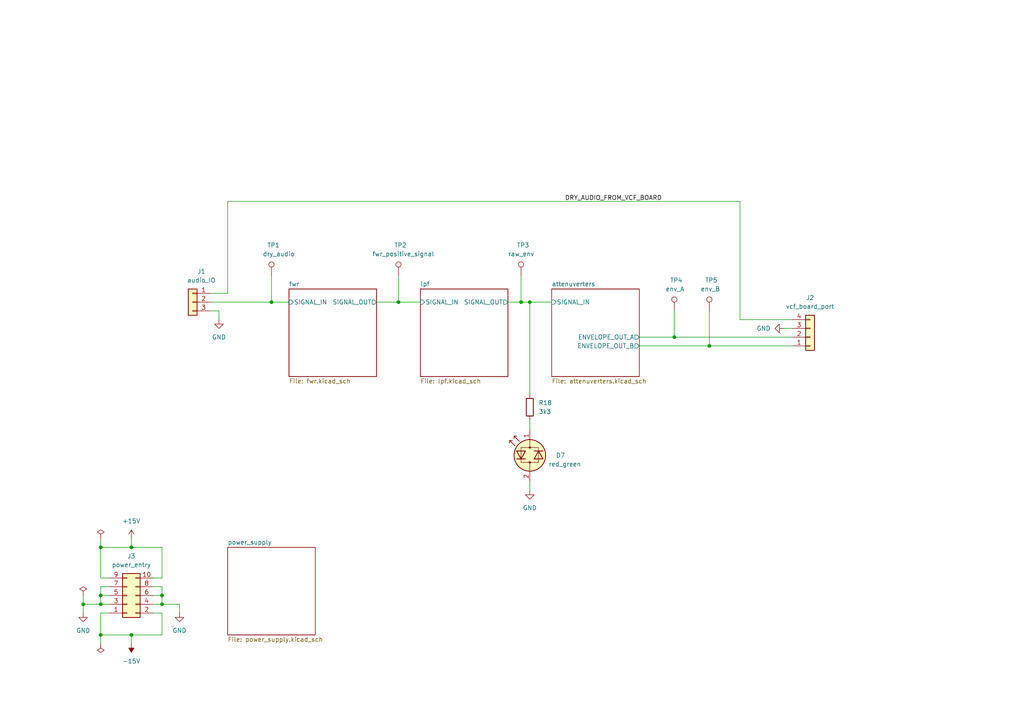
<source format=kicad_sch>
(kicad_sch (version 20230121) (generator eeschema)
  (paper "A4")
  (title_block (title "M.S.M. Stereo Lowpass Filter Pedal") (date "2022-05-26") (rev "0") (comment 2 "creativecommons.org/licenses/by/4.0") (comment 3 "License: CC by 4.0") (comment 4 "Author: Jordan Aceto"))
  (lib_symbols
    (symbol "Connector:TestPoint" (pin_numbers hide) (pin_names (offset 0.762) hide)
      (property "Reference" "TP" (at 0 6.858 0))
      (property "Value" "TestPoint" (at 0 5.08 0))
      (symbol "TestPoint_0_1"
        (circle (center 0 3.302) (radius 0.762))
      )
      (symbol "TestPoint_1_1"
        (pin passive line (at 0 0 90) (length 2.54) (name "1") (number "1"))
      )
    )
    (symbol "Connector_Generic:Conn_01x03" (pin_names (offset 1.016) hide)
      (property "Reference" "J" (at 0 5.08 0))
      (property "Value" "Conn_01x03" (at 0 -5.08 0))
      (symbol "Conn_01x03_1_1"
        (rectangle (start -1.27 -2.413) (end 0 -2.667) (stroke (width 0.1524)))
        (rectangle (start -1.27 0.127) (end 0 -0.127) (stroke (width 0.1524)))
        (rectangle (start -1.27 2.667) (end 0 2.413) (stroke (width 0.1524)))
        (rectangle (start -1.27 3.81) (end 1.27 -3.81) (stroke (width 0.254)) (fill (type background)))
        (pin passive line (at -5.08 2.54 0) (length 3.81) (name "Pin_1") (number "1"))
        (pin passive line (at -5.08 0 0) (length 3.81) (name "Pin_2") (number "2"))
        (pin passive line (at -5.08 -2.54 0) (length 3.81) (name "Pin_3") (number "3"))
      )
    )
    (symbol "Connector_Generic:Conn_01x04" (pin_names (offset 1.016) hide)
      (property "Reference" "J" (at 0 5.08 0))
      (property "Value" "Conn_01x04" (at 0 -7.62 0))
      (symbol "Conn_01x04_1_1"
        (rectangle (start -1.27 -4.953) (end 0 -5.207) (stroke (width 0.1524)))
        (rectangle (start -1.27 -2.413) (end 0 -2.667) (stroke (width 0.1524)))
        (rectangle (start -1.27 0.127) (end 0 -0.127) (stroke (width 0.1524)))
        (rectangle (start -1.27 2.667) (end 0 2.413) (stroke (width 0.1524)))
        (rectangle (start -1.27 3.81) (end 1.27 -6.35) (stroke (width 0.254)) (fill (type background)))
        (pin passive line (at -5.08 2.54 0) (length 3.81) (name "Pin_1") (number "1"))
        (pin passive line (at -5.08 0 0) (length 3.81) (name "Pin_2") (number "2"))
        (pin passive line (at -5.08 -2.54 0) (length 3.81) (name "Pin_3") (number "3"))
        (pin passive line (at -5.08 -5.08 0) (length 3.81) (name "Pin_4") (number "4"))
      )
    )
    (symbol "Connector_Generic:Conn_02x05_Odd_Even" (pin_names (offset 1.016) hide)
      (property "Reference" "J" (at 1.27 7.62 0))
      (property "Value" "Conn_02x05_Odd_Even" (at 1.27 -7.62 0))
      (symbol "Conn_02x05_Odd_Even_1_1"
        (rectangle (start -1.27 -4.953) (end 0 -5.207) (stroke (width 0.1524)))
        (rectangle (start -1.27 -2.413) (end 0 -2.667) (stroke (width 0.1524)))
        (rectangle (start -1.27 0.127) (end 0 -0.127) (stroke (width 0.1524)))
        (rectangle (start -1.27 2.667) (end 0 2.413) (stroke (width 0.1524)))
        (rectangle (start -1.27 5.207) (end 0 4.953) (stroke (width 0.1524)))
        (rectangle (start -1.27 6.35) (end 3.81 -6.35) (stroke (width 0.254)) (fill (type background)))
        (rectangle (start 3.81 -4.953) (end 2.54 -5.207) (stroke (width 0.1524)))
        (rectangle (start 3.81 -2.413) (end 2.54 -2.667) (stroke (width 0.1524)))
        (rectangle (start 3.81 0.127) (end 2.54 -0.127) (stroke (width 0.1524)))
        (rectangle (start 3.81 2.667) (end 2.54 2.413) (stroke (width 0.1524)))
        (rectangle (start 3.81 5.207) (end 2.54 4.953) (stroke (width 0.1524)))
        (pin passive line (at -5.08 5.08 0) (length 3.81) (name "Pin_1") (number "1"))
        (pin passive line (at 7.62 -5.08 180) (length 3.81) (name "Pin_10") (number "10"))
        (pin passive line (at 7.62 5.08 180) (length 3.81) (name "Pin_2") (number "2"))
        (pin passive line (at -5.08 2.54 0) (length 3.81) (name "Pin_3") (number "3"))
        (pin passive line (at 7.62 2.54 180) (length 3.81) (name "Pin_4") (number "4"))
        (pin passive line (at -5.08 0 0) (length 3.81) (name "Pin_5") (number "5"))
        (pin passive line (at 7.62 0 180) (length 3.81) (name "Pin_6") (number "6"))
        (pin passive line (at -5.08 -2.54 0) (length 3.81) (name "Pin_7") (number "7"))
        (pin passive line (at 7.62 -2.54 180) (length 3.81) (name "Pin_8") (number "8"))
        (pin passive line (at -5.08 -5.08 0) (length 3.81) (name "Pin_9") (number "9"))
      )
    )
    (symbol "Device:LED_Dual_Bidirectional" (pin_names (offset 0) hide)
      (property "Reference" "D" (at 0 5.715 0))
      (property "Value" "LED_Dual_Bidirectional" (at 0 -6.35 0))
      (symbol "LED_Dual_Bidirectional_0_1"
        (circle (center -2.032 0) (radius 0.254) (fill (type outline)))
        (polyline (pts (xy -4.572 0) (xy -2.54 0)))
        (polyline (pts (xy -2.032 0) (xy -2.54 0)))
        (polyline (pts (xy -1.016 3.81) (xy -1.016 1.27)) (stroke (width 0.254)))
        (polyline (pts (xy 1.27 -1.27) (xy 1.27 -3.81)) (stroke (width 0.254)))
        (polyline (pts (xy 4.064 0) (xy 2.286 0)) (fill (type outline)))
        (polyline (pts (xy 4.318 5.842) (xy 4.318 5.08)) (stroke (width 0.2032)))
        (polyline (pts (xy 5.588 4.572) (xy 5.588 3.81)) (stroke (width 0.2032)))
        (polyline (pts (xy 2.794 4.318) (xy 4.318 5.842) (xy 3.556 5.842)) (stroke (width 0.2032)))
        (polyline (pts (xy 4.064 3.048) (xy 5.588 4.572) (xy 4.826 4.572)) (stroke (width 0.2032)))
        (polyline (pts (xy -1.016 -1.27) (xy -1.016 -3.81) (xy 1.27 -2.54) (xy -1.016 -1.27)) (stroke (width 0.254)))
        (polyline (pts (xy 1.27 3.81) (xy 1.27 1.27) (xy -1.016 2.54) (xy 1.27 3.81)) (stroke (width 0.254)))
        (polyline (pts (xy 2.286 2.54) (xy -2.032 2.54) (xy -2.032 -2.54) (xy 2.286 -2.54) (xy 2.286 2.54)))
        (circle (center 0 0) (radius 4.572) (stroke (width 0.254)) (fill (type background)))
        (circle (center 2.286 0) (radius 0.254) (fill (type outline)))
      )
      (symbol "LED_Dual_Bidirectional_1_1"
        (pin input line (at 7.62 0 180) (length 3.81) (name "KA") (number "1"))
        (pin input line (at -7.62 0 0) (length 3.048) (name "AK") (number "2"))
      )
    )
    (symbol "Device:R" (pin_numbers hide) (pin_names (offset 0))
      (property "Reference" "R" (at 2.032 0 90))
      (property "Value" "R" (at 0 0 90))
      (symbol "R_0_1"
        (rectangle (start -1.016 -2.54) (end 1.016 2.54) (stroke (width 0.254)))
      )
      (symbol "R_1_1"
        (pin passive line (at 0 3.81 270) (length 1.27) (name "~") (number "1"))
        (pin passive line (at 0 -3.81 90) (length 1.27) (name "~") (number "2"))
      )
    )
    (symbol "power:+15V" (power) (pin_names (offset 0))
      (property "Value" "+15V" (at 0 3.556 0))
      (symbol "+15V_0_1"
        (polyline (pts (xy -0.762 1.27) (xy 0 2.54)))
        (polyline (pts (xy 0 0) (xy 0 2.54)))
        (polyline (pts (xy 0 2.54) (xy 0.762 1.27)))
      )
      (symbol "+15V_1_1"
        (pin power_in line (at 0 0 90) (length 0) hide (name "+15V") (number "1"))
      )
    )
    (symbol "power:-15V" (power) (pin_names (offset 0))
      (property "Value" "-15V" (at 0 3.81 0))
      (symbol "-15V_0_0"
        (pin power_in line (at 0 0 90) (length 0) hide (name "-15V") (number "1"))
      )
      (symbol "-15V_0_1"
        (polyline (pts (xy 0 0) (xy 0 1.27) (xy 0.762 1.27) (xy 0 2.54) (xy -0.762 1.27) (xy 0 1.27)) (fill (type outline)))
      )
    )
    (symbol "power:GND" (power) (pin_names (offset 0))
      (property "Value" "GND" (at 0 -3.81 0))
      (symbol "GND_0_1"
        (polyline (pts (xy 0 0) (xy 0 -1.27) (xy 1.27 -1.27) (xy 0 -2.54) (xy -1.27 -1.27) (xy 0 -1.27)))
      )
      (symbol "GND_1_1"
        (pin power_in line (at 0 0 270) (length 0) hide (name "GND") (number "1"))
      )
    )
    (symbol "power:PWR_FLAG" (power) (pin_numbers hide) (pin_names (offset 0) hide)
      (property "Value" "PWR_FLAG" (at 0 3.81 0))
      (symbol "PWR_FLAG_0_0"
        (pin power_out line (at 0 0 90) (length 0) (name "pwr") (number "1"))
      )
      (symbol "PWR_FLAG_0_1"
        (polyline (pts (xy 0 0) (xy 0 1.27) (xy -1.016 1.905) (xy 0 2.54) (xy 1.016 1.905) (xy 0 1.27)))
      )
    )
  )
  (junction (at 115.57 87.63))
  (junction (at 205.74 100.33))
  (junction (at 38.1 158.75))
  (junction (at 46.99 175.26))
  (junction (at 153.67 87.63))
  (junction (at 151.13 87.63))
  (junction (at 29.21 172.72))
  (junction (at 38.1 184.15))
  (junction (at 29.21 184.15))
  (junction (at 29.21 158.75))
  (junction (at 29.21 175.26))
  (junction (at 24.13 175.26))
  (junction (at 46.99 172.72))
  (junction (at 195.58 97.79))
  (junction (at 78.74 87.63))
  (wire (pts (xy 46.99 177.8) (xy 44.45 177.8)))
  (wire (pts (xy 38.1 184.15) (xy 38.1 186.69)))
  (wire (pts (xy 185.42 100.33) (xy 205.74 100.33)))
  (wire (pts (xy 147.32 87.63) (xy 151.13 87.63)))
  (wire (pts (xy 109.22 87.63) (xy 115.57 87.63)))
  (wire (pts (xy 31.75 177.8) (xy 29.21 177.8)))
  (wire (pts (xy 29.21 156.21) (xy 29.21 158.75)))
  (wire (pts (xy 44.45 170.18) (xy 46.99 170.18)))
  (wire (pts (xy 29.21 186.69) (xy 29.21 184.15)))
  (wire (pts (xy 214.63 92.71) (xy 214.63 58.42)))
  (wire (pts (xy 115.57 80.01) (xy 115.57 87.63)))
  (wire (pts (xy 151.13 80.01) (xy 151.13 87.63)))
  (wire (pts (xy 29.21 177.8) (xy 29.21 184.15)))
  (wire (pts (xy 63.5 90.17) (xy 60.96 90.17)))
  (wire (pts (xy 115.57 87.63) (xy 121.92 87.63)))
  (wire (pts (xy 153.67 121.92) (xy 153.67 124.46)))
  (wire (pts (xy 46.99 172.72) (xy 46.99 170.18)))
  (wire (pts (xy 214.63 92.71) (xy 229.87 92.71)))
  (wire (pts (xy 78.74 80.01) (xy 78.74 87.63)))
  (wire (pts (xy 60.96 87.63) (xy 78.74 87.63)))
  (wire (pts (xy 205.74 100.33) (xy 229.87 100.33)))
  (wire (pts (xy 46.99 175.26) (xy 46.99 172.72)))
  (wire (pts (xy 31.75 175.26) (xy 29.21 175.26)))
  (wire (pts (xy 38.1 156.21) (xy 38.1 158.75)))
  (wire (pts (xy 153.67 87.63) (xy 153.67 114.3)))
  (wire (pts (xy 29.21 158.75) (xy 29.21 167.64)))
  (wire (pts (xy 38.1 158.75) (xy 29.21 158.75)))
  (wire (pts (xy 24.13 177.8) (xy 24.13 175.26)))
  (wire (pts (xy 63.5 92.71) (xy 63.5 90.17)))
  (wire (pts (xy 29.21 172.72) (xy 31.75 172.72)))
  (wire (pts (xy 44.45 175.26) (xy 46.99 175.26)))
  (wire (pts (xy 153.67 87.63) (xy 160.02 87.63)))
  (wire (pts (xy 29.21 167.64) (xy 31.75 167.64)))
  (wire (pts (xy 153.67 139.7) (xy 153.67 142.24)))
  (wire (pts (xy 29.21 172.72) (xy 29.21 175.26)))
  (wire (pts (xy 46.99 158.75) (xy 38.1 158.75)))
  (wire (pts (xy 29.21 184.15) (xy 38.1 184.15)))
  (wire (pts (xy 214.63 58.42) (xy 66.04 58.42)))
  (wire (pts (xy 205.74 90.17) (xy 205.74 100.33)))
  (wire (pts (xy 66.04 85.09) (xy 60.96 85.09)))
  (wire (pts (xy 52.07 175.26) (xy 46.99 175.26)))
  (wire (pts (xy 44.45 172.72) (xy 46.99 172.72)))
  (wire (pts (xy 46.99 167.64) (xy 46.99 158.75)))
  (wire (pts (xy 29.21 170.18) (xy 31.75 170.18)))
  (wire (pts (xy 38.1 184.15) (xy 46.99 184.15)))
  (wire (pts (xy 78.74 87.63) (xy 83.82 87.63)))
  (wire (pts (xy 66.04 58.42) (xy 66.04 85.09)))
  (wire (pts (xy 24.13 175.26) (xy 29.21 175.26)))
  (wire (pts (xy 185.42 97.79) (xy 195.58 97.79)))
  (wire (pts (xy 24.13 172.72) (xy 24.13 175.26)))
  (wire (pts (xy 44.45 167.64) (xy 46.99 167.64)))
  (wire (pts (xy 195.58 90.17) (xy 195.58 97.79)))
  (wire (pts (xy 195.58 97.79) (xy 229.87 97.79)))
  (wire (pts (xy 46.99 184.15) (xy 46.99 177.8)))
  (wire (pts (xy 29.21 170.18) (xy 29.21 172.72)))
  (wire (pts (xy 52.07 177.8) (xy 52.07 175.26)))
  (wire (pts (xy 151.13 87.63) (xy 153.67 87.63)))
  (wire (pts (xy 227.33 95.25) (xy 229.87 95.25)))
  (label "DRY_AUDIO_FROM_VCF_BOARD" (at 163.83 58.42 0))
  (symbol (lib_id "Device:LED_Dual_Bidirectional") (at 153.67 132.08 90) (unit 1)
    (property "Reference" "D7" (at 162.56 132.08 90))
    (property "Value" "red_green" (at 163.83 134.62 90))
    (property "Footprint" "LED_THT:LED_D5.0mm" (effects hide))
  )
  (symbol (lib_id "Connector:TestPoint") (at 195.58 90.17 0) (unit 1)
    (property "Reference" "TP4" (at 194.31 81.28 0) (effects (justify left)))
    (property "Value" "env_A" (at 193.04 83.82 0) (effects (justify left)))
    (property "Footprint" "TestPoint:TestPoint_Keystone_5000-5004_Miniature" (effects hide))
  )
  (symbol (lib_id "power:GND") (at 63.5 92.71 0) (unit 1)
    (property "Reference" "#PWR01" (effects hide))
    (property "Value" "GND" (at 63.5 97.79 0))
  )
  (symbol (lib_id "Connector_Generic:Conn_02x05_Odd_Even") (at 36.83 172.72 0) (mirror x) (unit 1)
    (property "Reference" "J3" (at 38.1 161.29 0))
    (property "Value" "power_entry" (at 38.1 163.83 0))
    (property "Footprint" "Connector_IDC:IDC-Header_2x05_P2.54mm_Vertical" (effects hide))
  )
  (symbol (lib_id "Connector_Generic:Conn_01x03") (at 55.88 87.63 0) (mirror y) (unit 1)
    (property "Reference" "J1" (at 58.42 78.74 0))
    (property "Value" "audio_IO" (at 58.42 81.28 0))
    (property "Footprint" "Connector_Molex:Molex_KK-254_AE-6410-03A_1x03_P2.54mm_Vertical" (effects hide))
  )
  (symbol (lib_id "power:+15V") (at 38.1 156.21 0) (unit 1)
    (property "Reference" "#PWR05" (effects hide))
    (property "Value" "+15V" (at 38.1 151.13 0))
  )
  (symbol (lib_id "power:-15V") (at 38.1 186.69 180) (unit 1)
    (property "Reference" "#PWR08" (effects hide))
    (property "Value" "-15V" (at 38.1 191.77 0))
  )
  (symbol (lib_id "Connector:TestPoint") (at 205.74 90.17 0) (unit 1)
    (property "Reference" "TP5" (at 204.47 81.28 0) (effects (justify left)))
    (property "Value" "env_B" (at 203.2 83.82 0) (effects (justify left)))
    (property "Footprint" "TestPoint:TestPoint_Keystone_5000-5004_Miniature" (effects hide))
  )
  (symbol (lib_id "Connector:TestPoint") (at 78.74 80.01 0) (unit 1)
    (property "Reference" "TP1" (at 77.47 71.12 0) (effects (justify left)))
    (property "Value" "dry_audio" (at 76.2 73.66 0) (effects (justify left)))
    (property "Footprint" "TestPoint:TestPoint_Keystone_5000-5004_Miniature" (effects hide))
  )
  (symbol (lib_id "power:GND") (at 153.67 142.24 0) (unit 1)
    (property "Reference" "#PWR04" (effects hide))
    (property "Value" "GND" (at 153.67 147.32 0))
  )
  (symbol (lib_id "power:PWR_FLAG") (at 24.13 172.72 0) (unit 1)
    (property "Reference" "#FLG02" (effects hide))
    (property "Value" "PWR_FLAG" (effects hide))
  )
  (symbol (lib_id "Connector:TestPoint") (at 151.13 80.01 0) (unit 1)
    (property "Reference" "TP3" (at 149.86 71.12 0) (effects (justify left)))
    (property "Value" "raw_env" (at 147.32 73.66 0) (effects (justify left)))
    (property "Footprint" "TestPoint:TestPoint_Keystone_5000-5004_Miniature" (effects hide))
  )
  (symbol (lib_id "power:GND") (at 52.07 177.8 0) (unit 1)
    (property "Reference" "#PWR07" (effects hide))
    (property "Value" "GND" (at 52.07 182.88 0))
  )
  (symbol (lib_id "power:PWR_FLAG") (at 29.21 186.69 180) (unit 1)
    (property "Reference" "#FLG03" (effects hide))
    (property "Value" "PWR_FLAG" (effects hide))
  )
  (symbol (lib_id "Connector:TestPoint") (at 115.57 80.01 0) (unit 1)
    (property "Reference" "TP2" (at 114.3 71.12 0) (effects (justify left)))
    (property "Value" "fwr_positive_signal" (at 107.95 73.66 0) (effects (justify left)))
    (property "Footprint" "TestPoint:TestPoint_Keystone_5000-5004_Miniature" (effects hide))
  )
  (symbol (lib_id "Connector_Generic:Conn_01x04") (at 234.95 97.79 0) (mirror x) (unit 1)
    (property "Reference" "J2" (at 234.95 86.36 0))
    (property "Value" "vcf_board_port" (at 234.95 88.9 0))
    (property "Footprint" "Connector_Molex:Molex_KK-254_AE-6410-04A_1x04_P2.54mm_Vertical" (effects hide))
  )
  (symbol (lib_id "power:GND") (at 24.13 177.8 0) (mirror y) (unit 1)
    (property "Reference" "#PWR06" (effects hide))
    (property "Value" "GND" (at 24.13 182.88 0))
  )
  (symbol (lib_id "power:PWR_FLAG") (at 29.21 156.21 0) (unit 1)
    (property "Reference" "#FLG01" (effects hide))
    (property "Value" "PWR_FLAG" (effects hide))
  )
  (symbol (lib_id "Device:R") (at 153.67 118.11 180) (unit 1)
    (property "Reference" "R18" (at 156.21 116.8399 0) (effects (justify right)))
    (property "Value" "3k3" (at 156.21 119.3799 0) (effects (justify right)))
    (property "Footprint" "Resistor_SMD:R_0805_2012Metric" (effects hide))
  )
  (symbol (lib_id "power:GND") (at 227.33 95.25 270) (unit 1)
    (property "Reference" "#PWR03" (effects hide))
    (property "Value" "GND" (at 223.52 95.2499 90) (effects (justify right)))
  )
  (sheet (at 66.04 158.75) (size 25.4 25.4) (stroke (width 0.1524))
    (property "Sheetname" "power_supply" (at 66.04 158.0384 0) (effects (justify left bottom)))
    (property "Sheetfile" "power_supply.kicad_sch" (at 66.04 184.7346 0) (effects (justify left top)))
  )
  (sheet (at 160.02 83.82) (size 25.4 25.4) (stroke (width 0.1524))
    (property "Sheetname" "attenuverters" (at 160.02 83.1084 0) (effects (justify left bottom)))
    (property "Sheetfile" "attenuverters.kicad_sch" (at 160.02 109.8046 0) (effects (justify left top)))
    (pin "SIGNAL_IN" input (at 160.02 87.63 180))
    (pin "ENVELOPE_OUT_A" output (at 185.42 97.79 0))
    (pin "ENVELOPE_OUT_B" output (at 185.42 100.33 0))
  )
  (sheet (at 83.82 83.82) (size 25.4 25.4) (stroke (width 0.1524))
    (property "Sheetname" "fwr" (at 83.82 83.1084 0) (effects (justify left bottom)))
    (property "Sheetfile" "fwr.kicad_sch" (at 83.82 109.8046 0) (effects (justify left top)))
    (pin "SIGNAL_OUT" output (at 109.22 87.63 0))
    (pin "SIGNAL_IN" input (at 83.82 87.63 180))
  )
  (sheet (at 121.92 83.82) (size 25.4 25.4) (stroke (width 0.1524))
    (property "Sheetname" "lpf" (at 121.92 83.1084 0) (effects (justify left bottom)))
    (property "Sheetfile" "lpf.kicad_sch" (at 121.92 109.8046 0) (effects (justify left top)))
    (pin "SIGNAL_OUT" output (at 147.32 87.63 0))
    (pin "SIGNAL_IN" input (at 121.92 87.63 180))
  )
)
</source>
